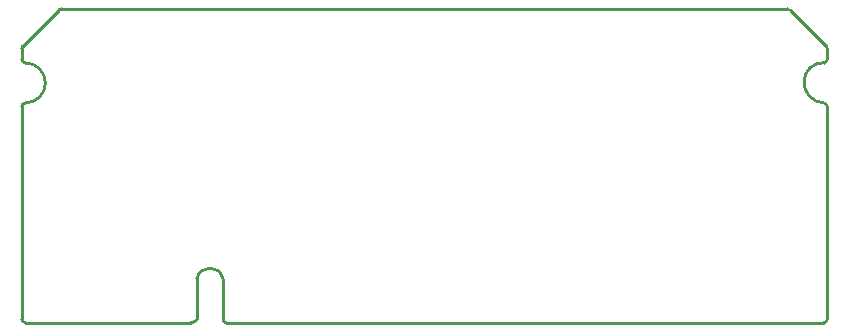
<source format=gbr>
%TF.GenerationSoftware,Altium Limited,CircuitMaker,2.0.2 (2.0.2.40)*%
G04 Layer_Color=16740166*
%FSLAX24Y24*%
%MOIN*%
%TF.SameCoordinates,FDAE7A5D-6217-40FD-BC7F-11D62B7A5D98*%
%TF.FilePolarity,Positive*%
%TF.FileFunction,Other,Outline*%
%TF.Part,Single*%
G01*
G75*
%TA.AperFunction,NonConductor*%
%ADD829C,0.0098*%
%ADD830C,0.0098*%
D829*
X15282Y10100D02*
G03*
X15400Y9982I118J0D01*
G01*
X20925D02*
G03*
X20952Y9988I0J59D01*
G01*
X21089Y10057D02*
G03*
X21122Y10110I-26J53D01*
G01*
X21988Y11447D02*
G03*
X21122Y11447I-433J-89D01*
G01*
X21988Y10100D02*
G03*
X21998Y10067I59J0D01*
G01*
X22037Y10008D02*
G03*
X22087Y9982I49J33D01*
G01*
X42014D02*
G03*
X42132Y10100I0J118D01*
G01*
Y17187D02*
G03*
X42019Y17305I-118J0D01*
G01*
X41358Y18026D02*
G03*
X42019Y17305I691J-30D01*
G01*
X41358Y18026D02*
G03*
X41358Y18027I-59J3D01*
G01*
D02*
G03*
X41358Y18028I-59J2D01*
G01*
X41358Y18027D02*
G03*
X41358Y18028I-59J3D01*
G01*
X41358Y18027D02*
G03*
X41358Y18028I-59J3D01*
G01*
X41358Y18026D02*
G03*
X41358Y18027I-59J2D01*
G01*
X41358Y18026D02*
G03*
X41358Y18029I-118J5D01*
G01*
X41358Y18028D02*
G03*
X41358Y18029I-59J2D01*
G01*
X41358Y18029D02*
G03*
X41358Y18028I634J-19D01*
G01*
X42010Y18643D02*
G03*
X41358Y18029I-18J-634D01*
G01*
X42010Y18643D02*
G03*
X42011Y18643I4J118D01*
G01*
X42010Y18643D02*
G03*
X42011Y18643I2J59D01*
G01*
X42010Y18643D02*
G03*
X42011Y18643I2J59D01*
G01*
X42011Y18643D02*
G03*
X42010Y18643I-19J-634D01*
G01*
X42011Y18643D02*
G03*
X42132Y18761I3J118D01*
G01*
Y19128D02*
G03*
X42098Y19211I-118J0D01*
G01*
X40901Y20408D02*
G03*
X40817Y20443I-84J-84D01*
G01*
X16604D02*
G03*
X16521Y20408I0J-118D01*
G01*
X15317Y19204D02*
G03*
X15316Y19204I42J-42D01*
G01*
X15317Y19204D02*
G03*
X15316Y19204I42J-42D01*
G01*
X15317Y19204D02*
G03*
X15316Y19204I83J-84D01*
G01*
D02*
G03*
X15282Y19120I84J-84D01*
G01*
Y18761D02*
G03*
X15400Y18643I118J0D01*
G01*
X15399Y18643D02*
G03*
X15400Y18643I0J59D01*
G01*
X15400Y18643D02*
G03*
X15399Y18643I-4J-677D01*
G01*
X16073Y17967D02*
G03*
X15400Y18643I-677J0D01*
G01*
X16073Y17964D02*
G03*
X16073Y17967I-677J3D01*
G01*
X16073Y17963D02*
G03*
X16073Y17964I-665J7D01*
G01*
Y17964D02*
G03*
X16073Y17963I59J-0D01*
G01*
X16073D02*
G03*
X16073Y17964I-677J3D01*
G01*
X16073Y17964D02*
G03*
X16073Y17963I59J-0D01*
G01*
Y17964D02*
G03*
X16073Y17963I59J-0D01*
G01*
X15402Y17305D02*
G03*
X16073Y17963I6J665D01*
G01*
X15401Y17305D02*
G03*
X15402Y17305I6J665D01*
G01*
X15402Y17305D02*
G03*
X15401Y17305I-1J-59D01*
G01*
X15402Y17305D02*
G03*
X15282Y17187I-2J-118D01*
G01*
X15400Y9982D02*
X20925D01*
X20952Y9988D02*
X20952Y9988D01*
X20952Y9988D02*
X20952Y9988D01*
X21089Y10057D01*
X21089Y10057D01*
X21089Y10057D02*
X21089Y10057D01*
X21122Y10110D02*
Y11447D01*
X21988Y10100D02*
Y11447D01*
X21998Y10067D02*
X22037Y10008D01*
X22037Y10008D01*
X22037Y10008D02*
X22037Y10008D01*
X22087Y9982D02*
X42014D01*
X42132Y10100D02*
Y17187D01*
X42019Y17305D02*
X42019D01*
X42019Y17305D02*
X42019Y17305D01*
X42019Y17305D02*
X42019Y17305D01*
X42019Y17305D02*
Y17305D01*
X41358Y18026D02*
X41358Y18026D01*
X41358Y18026D02*
X41358D01*
X41358Y18026D02*
X41358D01*
X41358Y18027D02*
X41358Y18028D01*
X41358Y18028D02*
X41358Y18028D01*
X41358Y18029D02*
Y18029D01*
X41358Y18028D02*
Y18028D01*
X41358Y18028D02*
X41358Y18028D01*
X42010Y18643D02*
X42010Y18643D01*
X42010Y18643D02*
X42011Y18643D01*
X42010Y18643D02*
X42010Y18643D01*
X42010Y18643D02*
Y18643D01*
X42011Y18643D02*
Y18643D01*
X42132Y18761D02*
Y19128D01*
X40901Y20408D02*
X42098Y19211D01*
X16604Y20443D02*
X40817D01*
X16521Y20408D02*
X16521Y20408D01*
X15316Y19204D02*
X16521Y20408D01*
X15316Y19204D02*
X15317Y19204D01*
X15282Y18761D02*
Y19120D01*
X15400Y18643D02*
X15400Y18643D01*
X16073Y17964D02*
X16073Y17964D01*
Y17963D02*
Y17963D01*
X16073Y17964D02*
X16073D01*
X16073Y17964D02*
X16073D01*
X16073Y17964D02*
X16073D01*
X16073Y17963D02*
X16073Y17963D01*
X16073Y17964D02*
X16073Y17964D01*
X16073Y17963D02*
X16073D01*
X15401Y17305D02*
Y17305D01*
X15402Y17305D02*
Y17305D01*
X15282Y10100D02*
Y17187D01*
D830*
X42019Y17305D02*
D03*
X42019Y17305D02*
D03*
X42019D02*
D03*
X42019Y17305D02*
D03*
D03*
X42019Y17305D02*
D03*
X42019Y17305D02*
D03*
X42019Y17305D02*
D03*
X42019Y17305D02*
D03*
X42019Y17305D02*
D03*
X42019Y17305D02*
D03*
X41358Y18026D02*
D03*
X41358Y18026D02*
D03*
X41358Y18026D02*
D03*
X41358Y18026D02*
D03*
X41358D02*
D03*
X41358Y18026D02*
D03*
X41358Y18026D02*
D03*
X41358Y18028D02*
D03*
X41358Y18027D02*
D03*
X41358Y18026D02*
D03*
X41358Y18026D02*
D03*
D03*
X41358Y18026D02*
D03*
X41358Y18026D02*
D03*
X41358Y18029D02*
D03*
X41358Y18028D02*
D03*
D03*
X41358Y18028D02*
D03*
X41358Y18028D02*
D03*
X41358Y18028D02*
D03*
X42010Y18643D02*
D03*
X42010Y18643D02*
D03*
X42010Y18643D02*
D03*
X42010Y18643D02*
D03*
X42010Y18643D02*
D03*
X42011Y18643D02*
D03*
D03*
X42011Y18643D02*
D03*
X42098Y19211D02*
D03*
X42098Y19211D02*
D03*
X42098Y19211D02*
D03*
X40901Y20408D02*
D03*
X40901Y20408D02*
D03*
X40901Y20408D02*
D03*
D03*
X40901Y20408D02*
D03*
X40901Y20408D02*
D03*
D03*
X16521Y20408D02*
D03*
D03*
X15316Y19204D02*
D03*
X15317Y19204D02*
D03*
X15317Y19204D02*
D03*
X15317Y19204D02*
D03*
D03*
X15317Y19204D02*
D03*
X15400Y18643D02*
D03*
X15400Y18643D02*
D03*
X15400D02*
D03*
X15400Y18643D02*
D03*
X15400D02*
D03*
X15400Y18643D02*
D03*
X15400Y18643D02*
D03*
X15400Y18643D02*
D03*
X16073Y17963D02*
D03*
X16073Y17963D02*
D03*
X16073Y17964D02*
D03*
X16073D02*
D03*
X16073Y17964D02*
D03*
X16073Y17964D02*
D03*
X16073Y17963D02*
D03*
X16073Y17964D02*
D03*
X16073Y17964D02*
D03*
X16073Y17963D02*
D03*
Y17963D02*
D03*
X16073Y17963D02*
D03*
X16073Y17963D02*
D03*
X15402Y17305D02*
D03*
X15401D02*
D03*
X15401Y17305D02*
D03*
X15402Y17305D02*
D03*
Y17305D02*
D03*
%TF.MD5,6881f0bb98b900db0ee5260fa0e53d24*%
M02*

</source>
